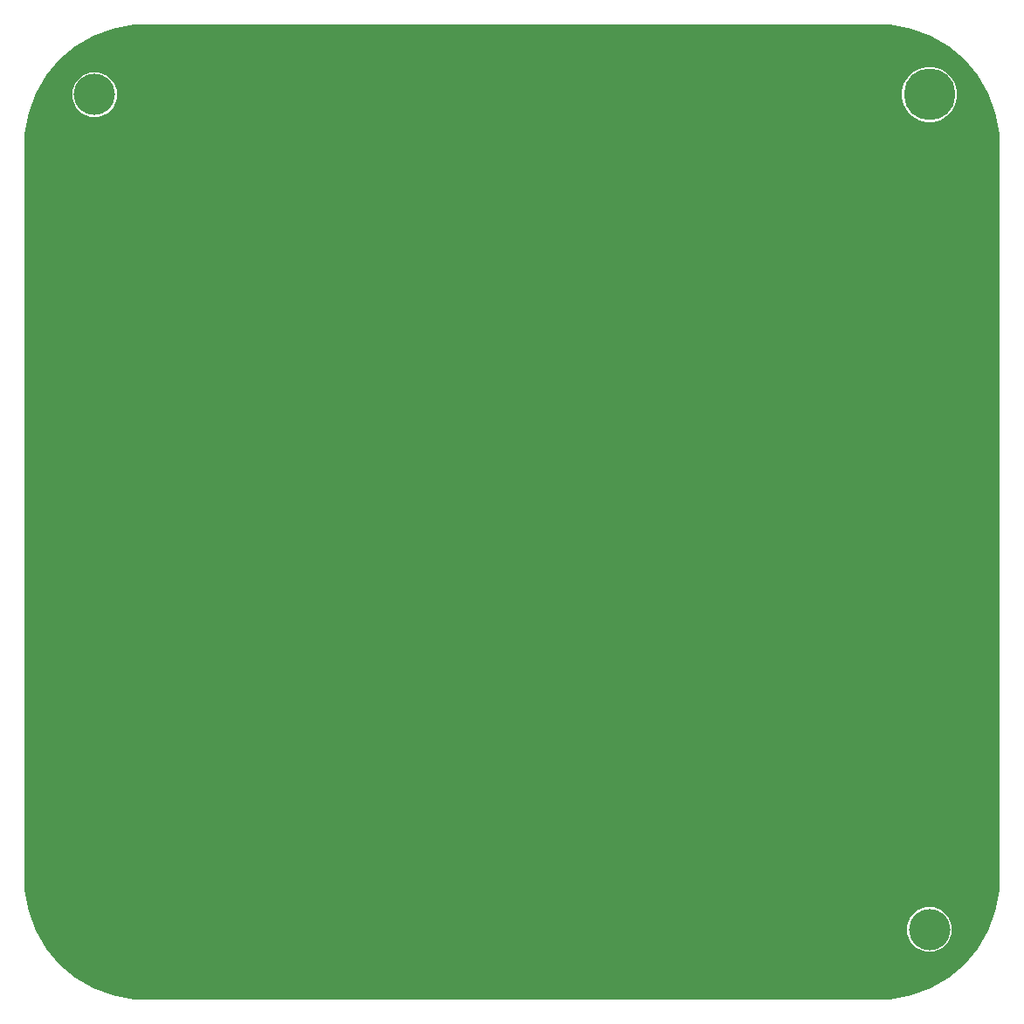
<source format=gbr>
G04 EAGLE Gerber RS-274X export*
G75*
%MOMM*%
%FSLAX34Y34*%
%LPD*%
%INBottom Copper*%
%IPPOS*%
%AMOC8*
5,1,8,0,0,1.08239X$1,22.5*%
G01*
%ADD10C,4.000000*%
%ADD11C,5.000000*%

G36*
X1262075Y622430D02*
X1262075Y622430D01*
X1262096Y622428D01*
X1272118Y622866D01*
X1272150Y622873D01*
X1272217Y622877D01*
X1291958Y626358D01*
X1291988Y626368D01*
X1292087Y626392D01*
X1310923Y633248D01*
X1310951Y633263D01*
X1311044Y633304D01*
X1328404Y643327D01*
X1328428Y643347D01*
X1328512Y643403D01*
X1343868Y656288D01*
X1343889Y656312D01*
X1343962Y656382D01*
X1356847Y671738D01*
X1356863Y671765D01*
X1356923Y671846D01*
X1366946Y689206D01*
X1366957Y689236D01*
X1367002Y689327D01*
X1373858Y708163D01*
X1373864Y708194D01*
X1373875Y708233D01*
X1373880Y708244D01*
X1373881Y708254D01*
X1373892Y708292D01*
X1377373Y728033D01*
X1377373Y728064D01*
X1377384Y728131D01*
X1377822Y738154D01*
X1377820Y738167D01*
X1377822Y738187D01*
X1377822Y1452562D01*
X1377820Y1452575D01*
X1377822Y1452596D01*
X1377384Y1462618D01*
X1377377Y1462650D01*
X1377373Y1462717D01*
X1373892Y1482458D01*
X1373882Y1482488D01*
X1373858Y1482587D01*
X1367002Y1501423D01*
X1366987Y1501451D01*
X1366946Y1501544D01*
X1356923Y1518904D01*
X1356903Y1518928D01*
X1356847Y1519012D01*
X1343962Y1534368D01*
X1343938Y1534389D01*
X1343868Y1534462D01*
X1328512Y1547347D01*
X1328485Y1547363D01*
X1328404Y1547423D01*
X1311044Y1557446D01*
X1311014Y1557457D01*
X1310923Y1557502D01*
X1292087Y1564358D01*
X1292056Y1564364D01*
X1291959Y1564392D01*
X1272217Y1567873D01*
X1272186Y1567873D01*
X1272119Y1567884D01*
X1262096Y1568322D01*
X1262083Y1568320D01*
X1262063Y1568322D01*
X547688Y1568322D01*
X547675Y1568320D01*
X547654Y1568322D01*
X537632Y1567884D01*
X537600Y1567877D01*
X537533Y1567873D01*
X517792Y1564392D01*
X517762Y1564382D01*
X517663Y1564358D01*
X498827Y1557502D01*
X498799Y1557487D01*
X498706Y1557446D01*
X481346Y1547423D01*
X481322Y1547403D01*
X481238Y1547347D01*
X465882Y1534462D01*
X465861Y1534438D01*
X465788Y1534368D01*
X452903Y1519012D01*
X452887Y1518985D01*
X452827Y1518904D01*
X442804Y1501544D01*
X442793Y1501514D01*
X442748Y1501423D01*
X435892Y1482587D01*
X435887Y1482558D01*
X435874Y1482531D01*
X435871Y1482505D01*
X435858Y1482458D01*
X432377Y1462717D01*
X432377Y1462686D01*
X432366Y1462619D01*
X431928Y1452596D01*
X431930Y1452583D01*
X431928Y1452563D01*
X431928Y738188D01*
X431930Y738175D01*
X431928Y738154D01*
X432366Y728132D01*
X432373Y728100D01*
X432377Y728033D01*
X435858Y708292D01*
X435868Y708262D01*
X435892Y708163D01*
X442748Y689327D01*
X442763Y689299D01*
X442804Y689206D01*
X452827Y671846D01*
X452847Y671822D01*
X452903Y671738D01*
X465788Y656382D01*
X465812Y656361D01*
X465882Y656288D01*
X481238Y643403D01*
X481265Y643387D01*
X481346Y643327D01*
X498706Y633304D01*
X498736Y633293D01*
X498827Y633248D01*
X517663Y626392D01*
X517694Y626386D01*
X517791Y626358D01*
X537533Y622877D01*
X537564Y622877D01*
X537631Y622866D01*
X547654Y622428D01*
X547667Y622430D01*
X547687Y622428D01*
X1262062Y622428D01*
X1262075Y622430D01*
G37*
%LPC*%
G36*
X1306195Y1473663D02*
X1306195Y1473663D01*
X1299449Y1475470D01*
X1293401Y1478962D01*
X1288462Y1483901D01*
X1284970Y1489949D01*
X1283163Y1496695D01*
X1283163Y1503680D01*
X1284970Y1510426D01*
X1288462Y1516474D01*
X1293401Y1521413D01*
X1299449Y1524905D01*
X1306195Y1526712D01*
X1313180Y1526712D01*
X1319926Y1524905D01*
X1325974Y1521413D01*
X1330913Y1516474D01*
X1334405Y1510426D01*
X1336212Y1503680D01*
X1336212Y1496695D01*
X1334405Y1489949D01*
X1330913Y1483901D01*
X1325974Y1478962D01*
X1319926Y1475470D01*
X1313180Y1473663D01*
X1306195Y1473663D01*
G37*
%LPD*%
%LPC*%
G36*
X495781Y1478663D02*
X495781Y1478663D01*
X487870Y1481940D01*
X481815Y1487995D01*
X478538Y1495906D01*
X478538Y1504469D01*
X481815Y1512380D01*
X487870Y1518435D01*
X495781Y1521712D01*
X504344Y1521712D01*
X512255Y1518435D01*
X518310Y1512380D01*
X521587Y1504469D01*
X521587Y1495906D01*
X518310Y1487995D01*
X512255Y1481940D01*
X504344Y1478663D01*
X495781Y1478663D01*
G37*
%LPD*%
%LPC*%
G36*
X1305406Y669038D02*
X1305406Y669038D01*
X1297495Y672315D01*
X1291440Y678370D01*
X1288163Y686281D01*
X1288163Y694844D01*
X1291440Y702755D01*
X1297495Y708810D01*
X1305406Y712087D01*
X1313969Y712087D01*
X1321880Y708810D01*
X1327935Y702755D01*
X1331212Y694844D01*
X1331212Y686281D01*
X1327935Y678370D01*
X1321880Y672315D01*
X1313969Y669038D01*
X1305406Y669038D01*
G37*
%LPD*%
D10*
X500063Y690563D03*
X1309688Y690563D03*
X500063Y1500188D03*
D11*
X1309688Y1500188D03*
M02*

</source>
